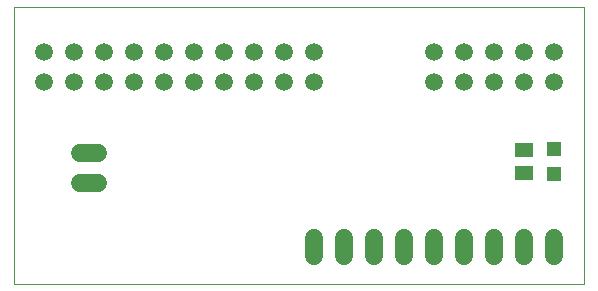
<source format=gts>
G75*
%MOIN*%
%OFA0B0*%
%FSLAX25Y25*%
%IPPOS*%
%LPD*%
%AMOC8*
5,1,8,0,0,1.08239X$1,22.5*
%
%ADD10C,0.00000*%
%ADD11C,0.05906*%
%ADD12C,0.06000*%
%ADD13R,0.05906X0.05118*%
%ADD14R,0.04724X0.04724*%
D10*
X0010770Y0002000D02*
X0010770Y0094500D01*
X0200770Y0094500D01*
X0200770Y0002000D01*
X0010770Y0002000D01*
D11*
X0020770Y0069500D03*
X0030770Y0069500D03*
X0040770Y0069500D03*
X0050770Y0069500D03*
X0060770Y0069500D03*
X0070770Y0069500D03*
X0080770Y0069500D03*
X0090770Y0069500D03*
X0100770Y0069500D03*
X0110770Y0069500D03*
X0110770Y0079500D03*
X0100770Y0079500D03*
X0090770Y0079500D03*
X0080770Y0079500D03*
X0070770Y0079500D03*
X0060770Y0079500D03*
X0050770Y0079500D03*
X0040770Y0079500D03*
X0030770Y0079500D03*
X0020770Y0079500D03*
X0150770Y0079500D03*
X0160770Y0079500D03*
X0170770Y0079500D03*
X0180770Y0079500D03*
X0190770Y0079500D03*
X0190770Y0069500D03*
X0180770Y0069500D03*
X0170770Y0069500D03*
X0160770Y0069500D03*
X0150770Y0069500D03*
D12*
X0038770Y0045750D02*
X0032770Y0045750D01*
X0032770Y0035750D02*
X0038770Y0035750D01*
X0110770Y0017500D02*
X0110770Y0011500D01*
X0120770Y0011500D02*
X0120770Y0017500D01*
X0130770Y0017500D02*
X0130770Y0011500D01*
X0140770Y0011500D02*
X0140770Y0017500D01*
X0150770Y0017500D02*
X0150770Y0011500D01*
X0160770Y0011500D02*
X0160770Y0017500D01*
X0170770Y0017500D02*
X0170770Y0011500D01*
X0180770Y0011500D02*
X0180770Y0017500D01*
X0190770Y0017500D02*
X0190770Y0011500D01*
D13*
X0180770Y0039060D03*
X0180770Y0046540D03*
D14*
X0190770Y0046934D03*
X0190770Y0038666D03*
M02*

</source>
